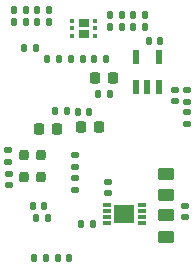
<source format=gtp>
G04 #@! TF.GenerationSoftware,KiCad,Pcbnew,7.0.7*
G04 #@! TF.CreationDate,2023-10-16T22:19:58-07:00*
G04 #@! TF.ProjectId,DeploymentBoardV2.0,4465706c-6f79-46d6-956e-74426f617264,rev?*
G04 #@! TF.SameCoordinates,Original*
G04 #@! TF.FileFunction,Paste,Top*
G04 #@! TF.FilePolarity,Positive*
%FSLAX46Y46*%
G04 Gerber Fmt 4.6, Leading zero omitted, Abs format (unit mm)*
G04 Created by KiCad (PCBNEW 7.0.7) date 2023-10-16 22:19:58*
%MOMM*%
%LPD*%
G01*
G04 APERTURE LIST*
G04 Aperture macros list*
%AMRoundRect*
0 Rectangle with rounded corners*
0 $1 Rounding radius*
0 $2 $3 $4 $5 $6 $7 $8 $9 X,Y pos of 4 corners*
0 Add a 4 corners polygon primitive as box body*
4,1,4,$2,$3,$4,$5,$6,$7,$8,$9,$2,$3,0*
0 Add four circle primitives for the rounded corners*
1,1,$1+$1,$2,$3*
1,1,$1+$1,$4,$5*
1,1,$1+$1,$6,$7*
1,1,$1+$1,$8,$9*
0 Add four rect primitives between the rounded corners*
20,1,$1+$1,$2,$3,$4,$5,0*
20,1,$1+$1,$4,$5,$6,$7,0*
20,1,$1+$1,$6,$7,$8,$9,0*
20,1,$1+$1,$8,$9,$2,$3,0*%
G04 Aperture macros list end*
%ADD10RoundRect,0.250000X-0.450000X0.262500X-0.450000X-0.262500X0.450000X-0.262500X0.450000X0.262500X0*%
%ADD11RoundRect,0.140000X0.140000X0.170000X-0.140000X0.170000X-0.140000X-0.170000X0.140000X-0.170000X0*%
%ADD12RoundRect,0.135000X0.135000X0.185000X-0.135000X0.185000X-0.135000X-0.185000X0.135000X-0.185000X0*%
%ADD13RoundRect,0.200000X0.200000X0.250000X-0.200000X0.250000X-0.200000X-0.250000X0.200000X-0.250000X0*%
%ADD14RoundRect,0.140000X0.170000X-0.140000X0.170000X0.140000X-0.170000X0.140000X-0.170000X-0.140000X0*%
%ADD15R,0.750000X0.300000*%
%ADD16R,1.800000X1.650000*%
%ADD17RoundRect,0.140000X-0.170000X0.140000X-0.170000X-0.140000X0.170000X-0.140000X0.170000X0.140000X0*%
%ADD18RoundRect,0.135000X-0.135000X-0.185000X0.135000X-0.185000X0.135000X0.185000X-0.135000X0.185000X0*%
%ADD19RoundRect,0.135000X-0.185000X0.135000X-0.185000X-0.135000X0.185000X-0.135000X0.185000X0.135000X0*%
%ADD20RoundRect,0.135000X0.185000X-0.135000X0.185000X0.135000X-0.185000X0.135000X-0.185000X-0.135000X0*%
%ADD21RoundRect,0.225000X-0.225000X-0.250000X0.225000X-0.250000X0.225000X0.250000X-0.225000X0.250000X0*%
%ADD22RoundRect,0.140000X-0.140000X-0.170000X0.140000X-0.170000X0.140000X0.170000X-0.140000X0.170000X0*%
%ADD23RoundRect,0.147500X0.147500X0.172500X-0.147500X0.172500X-0.147500X-0.172500X0.147500X-0.172500X0*%
%ADD24RoundRect,0.225000X0.225000X0.250000X-0.225000X0.250000X-0.225000X-0.250000X0.225000X-0.250000X0*%
%ADD25RoundRect,0.147500X-0.147500X-0.172500X0.147500X-0.172500X0.147500X0.172500X-0.147500X0.172500X0*%
%ADD26R,0.425000X0.400000*%
%ADD27R,0.900000X0.650000*%
%ADD28RoundRect,0.147500X-0.172500X0.147500X-0.172500X-0.147500X0.172500X-0.147500X0.172500X0.147500X0*%
%ADD29R,0.600000X1.200000*%
G04 APERTURE END LIST*
D10*
X40604600Y-45287400D03*
X40604600Y-47112400D03*
D11*
X35836800Y-38504157D03*
X34876800Y-38504157D03*
D12*
X33552002Y-35595000D03*
X32532002Y-35595000D03*
X28790001Y-32450000D03*
X27770001Y-32450000D03*
D13*
X30005000Y-45545000D03*
X30005000Y-43695000D03*
X28555000Y-43695000D03*
X28555000Y-45545000D03*
D12*
X30710001Y-31440000D03*
X29690001Y-31440000D03*
D14*
X35737800Y-46911200D03*
X35737800Y-45951200D03*
D15*
X35584000Y-47951500D03*
X35584000Y-48451500D03*
X35584000Y-48951500D03*
X35584000Y-49451500D03*
X38584000Y-49451500D03*
X38584000Y-48951500D03*
X38584000Y-48451500D03*
X38584000Y-47951500D03*
D16*
X37084000Y-48701500D03*
D17*
X27290000Y-45272500D03*
X27290000Y-46232500D03*
D18*
X29630000Y-49002500D03*
X30650000Y-49002500D03*
X30540000Y-35600000D03*
X31560000Y-35600000D03*
D19*
X42418000Y-40088400D03*
X42418000Y-41108400D03*
D18*
X34530000Y-35580000D03*
X35550000Y-35580000D03*
X35850000Y-31850000D03*
X36870000Y-31850000D03*
D20*
X32880000Y-46662499D03*
X32880000Y-45642499D03*
D21*
X33425000Y-41322500D03*
X34975000Y-41322500D03*
D18*
X37790001Y-32879999D03*
X38810001Y-32879999D03*
D22*
X39159800Y-34036800D03*
X40119800Y-34036800D03*
D11*
X34414400Y-49555400D03*
X33454400Y-49555400D03*
D23*
X32425000Y-52400200D03*
X31455000Y-52400200D03*
D11*
X32205000Y-40002500D03*
X31245000Y-40002500D03*
D12*
X29610000Y-34620200D03*
X28590000Y-34620200D03*
D24*
X31382000Y-41452800D03*
X29832000Y-41452800D03*
D22*
X29329999Y-47982500D03*
X30289999Y-47982500D03*
D18*
X35850000Y-32880000D03*
X36870000Y-32880000D03*
D23*
X38804994Y-31850000D03*
X37834994Y-31850000D03*
D12*
X30730000Y-32460000D03*
X29710000Y-32460000D03*
D10*
X40614600Y-48769900D03*
X40614600Y-50594900D03*
D25*
X27765001Y-31430000D03*
X28735001Y-31430000D03*
D26*
X32692000Y-32330000D03*
X32692000Y-32980000D03*
X32692000Y-33630000D03*
X34568000Y-33630000D03*
X34568000Y-32980000D03*
X34568000Y-32330000D03*
D27*
X33630000Y-32505000D03*
X33630000Y-33455000D03*
D18*
X29460000Y-52400200D03*
X30480000Y-52400200D03*
D14*
X27260000Y-44252500D03*
X27260000Y-43292500D03*
D28*
X32890000Y-43727500D03*
X32890000Y-44697500D03*
D22*
X33145000Y-40012500D03*
X34105000Y-40012500D03*
D17*
X41376600Y-38188000D03*
X41376600Y-39148000D03*
D19*
X42418000Y-38174200D03*
X42418000Y-39194200D03*
D14*
X42194600Y-48932400D03*
X42194600Y-47972400D03*
D24*
X36144826Y-37211000D03*
X34594826Y-37211000D03*
D29*
X38089800Y-37896800D03*
X39039800Y-37896800D03*
X39989800Y-37896800D03*
X39989800Y-35396800D03*
X38089800Y-35396800D03*
M02*

</source>
